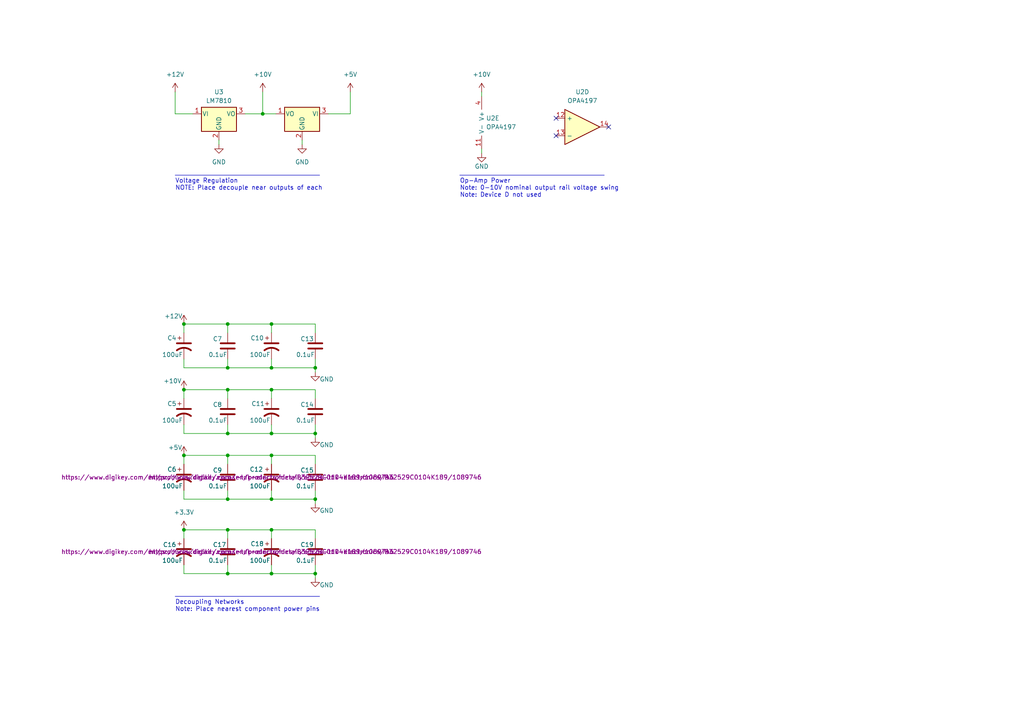
<source format=kicad_sch>
(kicad_sch (version 20250114) (generator "eeschema") (generator_version "9.0")
  (paper "A4")
  (lib_symbols
    (symbol "Amplifier_Operational:OPA4197xPW"
      (property "Reference" "U" (at 0 3.81 0))
      (property "Value" "OPA4197xPW" (at 0 -3.81 0))
      (symbol "OPA4197xPW_1_1"
        (polyline (pts (xy -5.08 5.08) (xy 5.08 0) (xy -5.08 -5.08) (xy -5.08 5.08)) (stroke (width 0.254)) (fill (type background)))
        (pin input line (at -7.62 2.54 0) (length 2.54) (name "+") (number "3"))
        (pin input line (at -7.62 -2.54 0) (length 2.54) (name "-") (number "2"))
        (pin output line (at 7.62 0 180) (length 2.54) (name "~") (number "1"))
      )
      (symbol "OPA4197xPW_2_1"
        (polyline (pts (xy -5.08 5.08) (xy 5.08 0) (xy -5.08 -5.08) (xy -5.08 5.08)) (stroke (width 0.254)) (fill (type background)))
        (pin input line (at -7.62 2.54 0) (length 2.54) (name "+") (number "5"))
        (pin input line (at -7.62 -2.54 0) (length 2.54) (name "-") (number "6"))
        (pin output line (at 7.62 0 180) (length 2.54) (name "~") (number "7"))
      )
      (symbol "OPA4197xPW_3_1"
        (polyline (pts (xy -5.08 5.08) (xy 5.08 0) (xy -5.08 -5.08) (xy -5.08 5.08)) (stroke (width 0.254)) (fill (type background)))
        (pin input line (at -7.62 2.54 0) (length 2.54) (name "+") (number "10"))
        (pin input line (at -7.62 -2.54 0) (length 2.54) (name "-") (number "9"))
        (pin output line (at 7.62 0 180) (length 2.54) (name "~") (number "8"))
      )
      (symbol "OPA4197xPW_4_1"
        (polyline (pts (xy -5.08 5.08) (xy 5.08 0) (xy -5.08 -5.08) (xy -5.08 5.08)) (stroke (width 0.254)) (fill (type background)))
        (pin input line (at -7.62 2.54 0) (length 2.54) (name "+") (number "12"))
        (pin input line (at -7.62 -2.54 0) (length 2.54) (name "-") (number "13"))
        (pin output line (at 7.62 0 180) (length 2.54) (name "~") (number "14"))
      )
      (symbol "OPA4197xPW_5_1"
        (pin power_in line (at -2.54 7.62 270) (length 3.81) (name "V+") (number "4"))
        (pin power_in line (at -2.54 -7.62 90) (length 3.81) (name "V-") (number "11"))
      )
    )
    (symbol "C_10" (pin_numbers (hide yes)) (pin_names (offset 0.254))
      (property "Reference" "C" (at 0.635 2.54 0))
      (property "Value" "C" (at 0.635 -2.54 0))
      (symbol "C_10_0_1"
        (polyline (pts (xy -2.032 0.762) (xy 2.032 0.762)) (stroke (width 0.508)))
        (polyline (pts (xy -2.032 -0.762) (xy 2.032 -0.762)) (stroke (width 0.508)))
      )
      (symbol "C_10_1_1"
        (pin passive line (at 0 3.81 270) (length 2.794) (name "~") (number "1"))
        (pin passive line (at 0 -3.81 90) (length 2.794) (name "~") (number "2"))
      )
    )
    (symbol "C_14" (pin_numbers (hide yes)) (pin_names (offset 0.254))
      (property "Reference" "C" (at 0.635 2.54 0))
      (property "Value" "C" (at 0.635 -2.54 0))
      (symbol "C_14_0_1"
        (polyline (pts (xy -2.032 0.762) (xy 2.032 0.762)) (stroke (width 0.508)))
        (polyline (pts (xy -2.032 -0.762) (xy 2.032 -0.762)) (stroke (width 0.508)))
      )
      (symbol "C_14_1_1"
        (pin passive line (at 0 3.81 270) (length 2.794) (name "~") (number "1"))
        (pin passive line (at 0 -3.81 90) (length 2.794) (name "~") (number "2"))
      )
    )
    (symbol "C_15" (pin_numbers (hide yes)) (pin_names (offset 0.254))
      (property "Reference" "C" (at 0.635 2.54 0))
      (property "Value" "C" (at 0.635 -2.54 0))
      (symbol "C_15_0_1"
        (polyline (pts (xy -2.032 0.762) (xy 2.032 0.762)) (stroke (width 0.508)))
        (polyline (pts (xy -2.032 -0.762) (xy 2.032 -0.762)) (stroke (width 0.508)))
      )
      (symbol "C_15_1_1"
        (pin passive line (at 0 3.81 270) (length 2.794) (name "~") (number "1"))
        (pin passive line (at 0 -3.81 90) (length 2.794) (name "~") (number "2"))
      )
    )
    (symbol "C_3" (pin_numbers (hide yes)) (pin_names (offset 0.254))
      (property "Reference" "C" (at 0.635 2.54 0))
      (property "Value" "C" (at 0.635 -2.54 0))
      (symbol "C_3_0_1"
        (polyline (pts (xy -2.032 0.762) (xy 2.032 0.762)) (stroke (width 0.508)))
        (polyline (pts (xy -2.032 -0.762) (xy 2.032 -0.762)) (stroke (width 0.508)))
      )
      (symbol "C_3_1_1"
        (pin passive line (at 0 3.81 270) (length 2.794) (name "~") (number "1"))
        (pin passive line (at 0 -3.81 90) (length 2.794) (name "~") (number "2"))
      )
    )
    (symbol "C_5" (pin_numbers (hide yes)) (pin_names (offset 0.254))
      (property "Reference" "C" (at 0.635 2.54 0))
      (property "Value" "C" (at 0.635 -2.54 0))
      (symbol "C_5_0_1"
        (polyline (pts (xy -2.032 0.762) (xy 2.032 0.762)) (stroke (width 0.508)))
        (polyline (pts (xy -2.032 -0.762) (xy 2.032 -0.762)) (stroke (width 0.508)))
      )
      (symbol "C_5_1_1"
        (pin passive line (at 0 3.81 270) (length 2.794) (name "~") (number "1"))
        (pin passive line (at 0 -3.81 90) (length 2.794) (name "~") (number "2"))
      )
    )
    (symbol "C_7" (pin_numbers (hide yes)) (pin_names (offset 0.254))
      (symbol "C_7_0_1"
        (polyline (pts (xy -2.032 0.762) (xy 2.032 0.762)) (stroke (width 0.508)))
        (polyline (pts (xy -2.032 -0.762) (xy 2.032 -0.762)) (stroke (width 0.508)))
      )
      (symbol "C_7_1_1"
        (pin passive line (at 0 3.81 270) (length 2.794) (name "~") (number "1"))
        (pin passive line (at 0 -3.81 90) (length 2.794) (name "~") (number "2"))
      )
    )
    (symbol "C_9" (pin_numbers (hide yes)) (pin_names (offset 0.254))
      (property "Reference" "C" (at 0.635 2.54 0))
      (property "Value" "C" (at 0.635 -2.54 0))
      (symbol "C_9_0_1"
        (polyline (pts (xy -2.032 0.762) (xy 2.032 0.762)) (stroke (width 0.508)))
        (polyline (pts (xy -2.032 -0.762) (xy 2.032 -0.762)) (stroke (width 0.508)))
      )
      (symbol "C_9_1_1"
        (pin passive line (at 0 3.81 270) (length 2.794) (name "~") (number "1"))
        (pin passive line (at 0 -3.81 90) (length 2.794) (name "~") (number "2"))
      )
    )
    (symbol "Device:C" (pin_numbers (hide yes)) (pin_names (offset 0.254))
      (property "Reference" "C" (at 0.635 2.54 0))
      (property "Value" "C" (at 0.635 -2.54 0))
      (symbol "C_0_1"
        (polyline (pts (xy -2.032 0.762) (xy 2.032 0.762)) (stroke (width 0.508)))
        (polyline (pts (xy -2.032 -0.762) (xy 2.032 -0.762)) (stroke (width 0.508)))
      )
      (symbol "C_1_1"
        (pin passive line (at 0 3.81 270) (length 2.794) (name "~") (number "1"))
        (pin passive line (at 0 -3.81 90) (length 2.794) (name "~") (number "2"))
      )
    )
    (symbol "F2018-cache:GND" (power) (pin_names (offset 0))
      (property "Value" "GND" (at 0 -3.81 0))
      (symbol "GND_0_1"
        (polyline (pts (xy 0 0) (xy 0 -1.27) (xy 1.27 -1.27) (xy 0 -2.54) (xy -1.27 -1.27) (xy 0 -1.27)))
      )
      (symbol "GND_1_1"
        (pin power_in line (at 0 0 270) (length 0) (hide yes) (name "GND") (number "1"))
      )
    )
    (symbol "Regulator_Linear:LM7810_TO220" (pin_names (offset 0.254))
      (property "Reference" "U" (at -3.81 3.175 0))
      (property "Value" "LM7810_TO220" (at 0 3.175 0))
      (symbol "LM7810_TO220_0_1"
        (rectangle (start -5.08 1.905) (end 5.08 -5.08) (stroke (width 0.254)) (fill (type background)))
      )
      (symbol "LM7810_TO220_1_1"
        (pin power_in line (at -7.62 0 0) (length 2.54) (name "VI") (number "1"))
        (pin power_in line (at 0 -7.62 90) (length 2.54) (name "GND") (number "2"))
        (pin power_out line (at 7.62 0 180) (length 2.54) (name "VO") (number "3"))
      )
    )
    (symbol "Regulator_Linear:LM78L05_TO92" (pin_names (offset 0.254))
      (property "Reference" "U" (at -3.81 3.175 0))
      (property "Value" "LM78L05_TO92" (at 0 3.175 0))
      (symbol "LM78L05_TO92_0_1"
        (rectangle (start -5.08 -5.08) (end 5.08 1.905) (stroke (width 0.254)) (fill (type background)))
      )
      (symbol "LM78L05_TO92_1_1"
        (pin power_in line (at -7.62 0 0) (length 2.54) (name "VI") (number "3"))
        (pin power_in line (at 0 -7.62 90) (length 2.54) (name "GND") (number "2"))
        (pin power_out line (at 7.62 0 180) (length 2.54) (name "VO") (number "1"))
      )
    )
    (symbol "TJR:C_Polarized_US" (pin_numbers (hide yes)) (pin_names (offset 0.254) (hide yes))
      (property "Reference" "C4" (at -4.064 2.286 0))
      (property "Value" "100uF" (at -6.35 -2.54 0))
      (symbol "C_Polarized_US_0_1"
        (polyline (pts (xy -2.032 0.762) (xy 2.032 0.762)) (stroke (width 0.508)))
        (polyline (pts (xy -1.778 2.286) (xy -0.762 2.286)))
        (polyline (pts (xy -1.27 1.778) (xy -1.27 2.794)))
        (arc (start -2.032 -1.27) (mid 0 -0.5572) (end 2.032 -1.27) (stroke (width 0.508)))
      )
      (symbol "C_Polarized_US_1_1"
        (pin passive line (at 0 3.81 270) (length 2.794) (name "~") (number "1"))
        (pin passive line (at 0 -3.81 90) (length 3.302) (name "~") (number "2"))
      )
    )
    (symbol "power:+10V" (power) (pin_numbers (hide yes)) (pin_names (offset 0) (hide yes))
      (property "Value" "+10V" (at 0 3.556 0))
      (symbol "+10V_0_1"
        (polyline (pts (xy -0.762 1.27) (xy 0 2.54)))
        (polyline (pts (xy 0 2.54) (xy 0.762 1.27)))
        (polyline (pts (xy 0 0) (xy 0 2.54)))
      )
      (symbol "+10V_1_1"
        (pin power_in line (at 0 0 90) (length 0) (name "~") (number "1"))
      )
    )
    (symbol "power:+12V" (power) (pin_numbers (hide yes)) (pin_names (offset 0) (hide yes))
      (property "Value" "+12V" (at 0 3.556 0))
      (symbol "+12V_0_1"
        (polyline (pts (xy -0.762 1.27) (xy 0 2.54)))
        (polyline (pts (xy 0 2.54) (xy 0.762 1.27)))
        (polyline (pts (xy 0 0) (xy 0 2.54)))
      )
      (symbol "+12V_1_1"
        (pin power_in line (at 0 0 90) (length 0) (name "~") (number "1"))
      )
    )
    (symbol "power:+3.3V" (power) (pin_numbers (hide yes)) (pin_names (offset 0) (hide yes))
      (property "Value" "+3.3V" (at 0 3.556 0))
      (symbol "+3.3V_0_1"
        (polyline (pts (xy -0.762 1.27) (xy 0 2.54)))
        (polyline (pts (xy 0 2.54) (xy 0.762 1.27)))
        (polyline (pts (xy 0 0) (xy 0 2.54)))
      )
      (symbol "+3.3V_1_1"
        (pin power_in line (at 0 0 90) (length 0) (name "~") (number "1"))
      )
    )
    (symbol "power:+5V" (power) (pin_numbers (hide yes)) (pin_names (offset 0) (hide yes))
      (property "Value" "+5V" (at 0 3.556 0))
      (symbol "+5V_0_1"
        (polyline (pts (xy -0.762 1.27) (xy 0 2.54)))
        (polyline (pts (xy 0 2.54) (xy 0.762 1.27)))
        (polyline (pts (xy 0 0) (xy 0 2.54)))
      )
      (symbol "+5V_1_1"
        (pin power_in line (at 0 0 90) (length 0) (name "~") (number "1"))
      )
    )
  )
  (text "Decoupling Networks\nNote: Place nearest component power pins" (at 50.8 173.99 0) (effects (font (size 1.27 1.27)) (justify left top)))
  (text "Voltage Regulation\nNOTE: Place decouple near outputs of each\n\n" (at 50.8 51.816 0) (effects (font (size 1.27 1.27)) (justify left top)))
  (text "Op-Amp Power\nNote: 0-10V nominal output rail voltage swing\nNote: Device D not used" (at 133.35 51.816 0) (effects (font (size 1.27 1.27)) (justify left top)))
  (junction (at 53.34 132.08))
  (junction (at 78.74 166.37))
  (junction (at 66.04 166.37))
  (junction (at 66.04 125.73))
  (junction (at 66.04 106.68))
  (junction (at 53.34 93.98))
  (junction (at 91.44 166.37))
  (junction (at 78.74 93.98))
  (junction (at 66.04 93.98))
  (junction (at 78.74 132.08))
  (junction (at 78.74 106.68))
  (junction (at 78.74 113.03))
  (junction (at 78.74 144.78))
  (junction (at 53.34 153.67))
  (junction (at 78.74 125.73))
  (junction (at 76.2 33.02))
  (junction (at 91.44 144.78))
  (junction (at 66.04 132.08))
  (junction (at 66.04 153.67))
  (junction (at 53.34 113.03))
  (junction (at 91.44 125.73))
  (junction (at 66.04 144.78))
  (junction (at 91.44 106.68))
  (junction (at 78.74 153.67))
  (junction (at 66.04 113.03))
  (no_connect (at 161.29 34.29))
  (no_connect (at 176.53 36.83))
  (no_connect (at 161.29 39.37))
  (wire (pts (xy 91.44 125.73) (xy 78.74 125.73)))
  (wire (pts (xy 66.04 153.67) (xy 78.74 153.67)))
  (wire (pts (xy 78.74 113.03) (xy 91.44 113.03)))
  (wire (pts (xy 101.6 33.02) (xy 101.6 26.67)))
  (wire (pts (xy 50.8 33.02) (xy 55.88 33.02)))
  (wire (pts (xy 78.74 144.78) (xy 78.74 142.24)))
  (wire (pts (xy 78.74 115.57) (xy 78.74 113.03)))
  (wire (pts (xy 91.44 144.78) (xy 78.74 144.78)))
  (wire (pts (xy 78.74 153.67) (xy 91.44 153.67)))
  (wire (pts (xy 76.2 26.67) (xy 76.2 33.02)))
  (wire (pts (xy 53.34 144.78) (xy 66.04 144.78)))
  (wire (pts (xy 78.74 125.73) (xy 78.74 123.19)))
  (wire (pts (xy 63.5 40.64) (xy 63.5 41.91)))
  (wire (pts (xy 53.34 115.57) (xy 53.34 113.03)))
  (wire (pts (xy 91.44 144.78) (xy 91.44 146.05)))
  (wire (pts (xy 66.04 144.78) (xy 66.04 142.24)))
  (wire (pts (xy 53.34 93.98) (xy 66.04 93.98)))
  (wire (pts (xy 53.34 125.73) (xy 53.34 123.19)))
  (polyline (pts (xy 50.8 50.8) (xy 92.71 50.8)) (stroke (width 0) (type solid)))
  (wire (pts (xy 66.04 115.57) (xy 66.04 113.03)))
  (wire (pts (xy 91.44 93.98) (xy 91.44 96.52)))
  (wire (pts (xy 66.04 125.73) (xy 66.04 123.19)))
  (wire (pts (xy 53.34 153.67) (xy 66.04 153.67)))
  (wire (pts (xy 53.34 106.68) (xy 53.34 104.14)))
  (wire (pts (xy 91.44 153.67) (xy 91.44 156.21)))
  (wire (pts (xy 91.44 166.37) (xy 78.74 166.37)))
  (wire (pts (xy 53.34 134.62) (xy 53.34 132.08)))
  (wire (pts (xy 91.44 106.68) (xy 91.44 107.95)))
  (wire (pts (xy 66.04 132.08) (xy 78.74 132.08)))
  (wire (pts (xy 53.34 144.78) (xy 53.34 142.24)))
  (wire (pts (xy 91.44 125.73) (xy 91.44 127)))
  (polyline (pts (xy 133.35 50.8) (xy 175.26 50.8)) (stroke (width 0) (type solid)))
  (wire (pts (xy 78.74 106.68) (xy 78.74 104.14)))
  (wire (pts (xy 91.44 132.08) (xy 91.44 134.62)))
  (wire (pts (xy 53.34 166.37) (xy 66.04 166.37)))
  (wire (pts (xy 66.04 106.68) (xy 78.74 106.68)))
  (wire (pts (xy 53.34 166.37) (xy 53.34 163.83)))
  (wire (pts (xy 95.25 33.02) (xy 101.6 33.02)))
  (wire (pts (xy 66.04 125.73) (xy 53.34 125.73)))
  (wire (pts (xy 139.7 43.18) (xy 139.7 44.45)))
  (wire (pts (xy 139.7 26.67) (xy 139.7 27.94)))
  (polyline (pts (xy 50.8 172.974) (xy 92.71 172.974)) (stroke (width 0) (type solid)))
  (wire (pts (xy 66.04 106.68) (xy 66.04 104.14)))
  (wire (pts (xy 76.2 33.02) (xy 80.01 33.02)))
  (wire (pts (xy 53.34 106.68) (xy 66.04 106.68)))
  (wire (pts (xy 91.44 144.78) (xy 91.44 142.24)))
  (wire (pts (xy 91.44 106.68) (xy 78.74 106.68)))
  (wire (pts (xy 53.34 156.21) (xy 53.34 153.67)))
  (wire (pts (xy 66.04 134.62) (xy 66.04 132.08)))
  (wire (pts (xy 78.74 156.21) (xy 78.74 153.67)))
  (wire (pts (xy 91.44 166.37) (xy 91.44 167.64)))
  (wire (pts (xy 50.8 26.67) (xy 50.8 33.02)))
  (wire (pts (xy 66.04 166.37) (xy 66.04 163.83)))
  (wire (pts (xy 78.74 96.52) (xy 78.74 93.98)))
  (wire (pts (xy 66.04 156.21) (xy 66.04 153.67)))
  (wire (pts (xy 66.04 125.73) (xy 78.74 125.73)))
  (wire (pts (xy 78.74 132.08) (xy 91.44 132.08)))
  (wire (pts (xy 78.74 166.37) (xy 78.74 163.83)))
  (wire (pts (xy 78.74 134.62) (xy 78.74 132.08)))
  (wire (pts (xy 66.04 166.37) (xy 78.74 166.37)))
  (wire (pts (xy 66.04 96.52) (xy 66.04 93.98)))
  (wire (pts (xy 53.34 113.03) (xy 66.04 113.03)))
  (wire (pts (xy 87.63 40.64) (xy 87.63 41.91)))
  (wire (pts (xy 66.04 144.78) (xy 78.74 144.78)))
  (wire (pts (xy 91.44 113.03) (xy 91.44 115.57)))
  (wire (pts (xy 66.04 93.98) (xy 78.74 93.98)))
  (wire (pts (xy 78.74 93.98) (xy 91.44 93.98)))
  (wire (pts (xy 53.34 132.08) (xy 66.04 132.08)))
  (wire (pts (xy 91.44 166.37) (xy 91.44 163.83)))
  (wire (pts (xy 71.12 33.02) (xy 76.2 33.02)))
  (wire (pts (xy 66.04 113.03) (xy 78.74 113.03)))
  (wire (pts (xy 91.44 125.73) (xy 91.44 123.19)))
  (wire (pts (xy 91.44 106.68) (xy 91.44 104.14)))
  (wire (pts (xy 53.34 96.52) (xy 53.34 93.98)))
  (symbol (lib_name "C_3") (lib_id "Device:C") (at 66.04 119.38 0) (unit 1)
    (property "Reference" "C8" (at 61.722 117.348 0) (effects (justify left)))
    (property "Value" "0.1uF" (at 60.452 121.92 0) (effects (justify left)))
    (property "Footprint" "TJR:C_Rect_L7.3mm_W2.5_H6.5mm_P5.0mm" (effects (hide yes)))
    (property "Datasheet" "https://product.tdk.com/en/system/files?file=dam/doc/product/capacitor/film/mkt/data_sheet/20/20/db/fc_2009/b32520_529.pdf" (effects (hide yes)))
    (property "Description" "Unpolarized capacitor" (effects (hide yes)))
    (property "digikey" "https://www.digikey.com/en/products/detail/epcos-tdk-electronics/B32529C0104K189/1089746" (effects (hide yes)))
  )
  (symbol (lib_id "TJR:C_Polarized_US") (at 53.34 100.33 0) (unit 1)
    (property "Reference" "C4" (at 48.514 98.044 0) (effects (justify left)))
    (property "Value" "100uF" (at 46.99 102.87 0) (effects (justify left)))
    (property "Footprint" "TJR:C_Radial_D5.00mm_H12.5mm_P2.00mm" (effects (hide yes)))
    (property "Datasheet" "https://www.rubycon.co.jp/wp-content/uploads/catalog-aluminum/ZLH.pdf" (effects (hide yes)))
    (property "Description" "Polarized capacitor" (effects (hide yes)))
    (property "digikey" "https://www.digikey.com/en/products/detail/rubycon/16ZLH100MEFC5X11/3134106" (effects (hide yes)))
  )
  (symbol (lib_name "C_7") (lib_id "Device:C") (at 91.44 100.33 0) (unit 1)
    (property "Reference" "C13" (at 87.122 98.298 0) (effects (justify left)))
    (property "Value" "0.1uF" (at 85.852 102.87 0) (effects (justify left)))
    (property "Footprint" "TJR:C_Rect_L7.3mm_W2.5_H6.5mm_P5.0mm" (effects (hide yes)))
    (property "Datasheet" "https://product.tdk.com/en/system/files?file=dam/doc/product/capacitor/film/mkt/data_sheet/20/20/db/fc_2009/b32520_529.pdf" (effects (hide yes)))
    (property "Description" "Unpolarized capacitor" (effects (hide yes)))
    (property "digikey" "https://www.digikey.com/en/products/detail/epcos-tdk-electronics/B32529C0104K189/1089746" (effects (hide yes)))
  )
  (symbol (lib_id "F2018-cache:GND") (at 63.5 41.91 0) (unit 1)
    (property "Reference" "#PWR031" (effects (hide yes)))
    (property "Value" "GND" (at 63.5 46.99 0))
  )
  (symbol (lib_id "TJR:C_Polarized_US") (at 53.34 119.38 0) (unit 1)
    (property "Reference" "C5" (at 48.514 117.094 0) (effects (justify left)))
    (property "Value" "100uF" (at 46.99 121.92 0) (effects (justify left)))
    (property "Footprint" "TJR:C_Radial_D5.00mm_H12.5mm_P2.00mm" (effects (hide yes)))
    (property "Datasheet" "https://www.rubycon.co.jp/wp-content/uploads/catalog-aluminum/ZLH.pdf" (effects (hide yes)))
    (property "Description" "Polarized capacitor" (effects (hide yes)))
    (property "digikey" "https://www.digikey.com/en/products/detail/rubycon/16ZLH100MEFC5X11/3134106" (effects (hide yes)))
  )
  (symbol (lib_name "C_9") (lib_id "Device:C") (at 66.04 138.43 0) (unit 1)
    (property "Reference" "C9" (at 61.722 136.398 0) (effects (justify left)))
    (property "Value" "0.1uF" (at 60.452 140.97 0) (effects (justify left)))
    (property "Footprint" "TJR:C_Rect_L7.3mm_W2.5_H6.5mm_P5.0mm" (effects (hide yes)))
    (property "Datasheet" "https://product.tdk.com/en/system/files?file=dam/doc/product/capacitor/film/mkt/data_sheet/20/20/db/fc_2009/b32520_529.pdf" (effects (hide yes)))
    (property "Description" "Unpolarized capacitor" (effects (hide yes)))
    (property "digikey" "https://www.digikey.com/en/products/detail/epcos-tdk-electronics/B32529C0104K189/1089746" (at 66.04 138.43 0))
  )
  (symbol (lib_id "F2018-cache:GND") (at 139.7 44.45 0) (unit 1)
    (property "Reference" "#PWR039" (effects (hide yes)))
    (property "Value" "GND" (at 139.7 48.26 0))
  )
  (symbol (lib_id "Amplifier_Operational:OPA4197xPW") (at 168.91 36.83 0) (unit 4)
    (property "Reference" "U2" (at 168.91 26.67 0))
    (property "Value" "OPA4197" (at 168.91 29.21 0))
    (property "Footprint" "TJR:D14_TEX" (effects (hide yes)))
    (property "Datasheet" "http://www.ti.com/lit/ds/symlink/opa4197.pdf" (effects (hide yes)))
    (property "Description" "Quad 36V, Precision, Rail-to-Rail Input/Output, Low Offset Voltage, Operational Amplifier, TSSOP-14" (effects (hide yes)))
    (property "Notes" "14-SOIC (0.154\", 3.90mm Width)" (effects (hide yes)))
    (property "digikey" "https://www.digikey.com/en/products/detail/texas-instruments/OPA4197ID/6562050" (effects (hide yes)))
  )
  (symbol (lib_id "power:+10V") (at 139.7 26.67 0) (unit 1)
    (property "Reference" "#PWR038" (effects (hide yes)))
    (property "Value" "+10V" (at 139.7 21.59 0))
    (property "Description" "Power symbol creates a global label with name \"+10V\"" (effects (hide yes)))
  )
  (symbol (lib_name "C_14") (lib_id "Device:C") (at 91.44 138.43 0) (unit 1)
    (property "Reference" "C15" (at 87.122 136.398 0) (effects (justify left)))
    (property "Value" "0.1uF" (at 85.852 140.97 0) (effects (justify left)))
    (property "Footprint" "TJR:C_Rect_L7.3mm_W2.5_H6.5mm_P5.0mm" (effects (hide yes)))
    (property "Datasheet" "https://product.tdk.com/en/system/files?file=dam/doc/product/capacitor/film/mkt/data_sheet/20/20/db/fc_2009/b32520_529.pdf" (effects (hide yes)))
    (property "Description" "Unpolarized capacitor" (effects (hide yes)))
    (property "digikey" "https://www.digikey.com/en/products/detail/epcos-tdk-electronics/B32529C0104K189/1089746" (at 91.44 138.43 0))
  )
  (symbol (lib_id "Amplifier_Operational:OPA4197xPW") (at 142.24 35.56 0) (unit 5)
    (property "Reference" "U2" (at 140.97 34.2899 0) (effects (justify left)))
    (property "Value" "OPA4197" (at 140.97 36.8299 0) (effects (justify left)))
    (property "Footprint" "TJR:D14_TEX" (effects (hide yes)))
    (property "Datasheet" "http://www.ti.com/lit/ds/symlink/opa4197.pdf" (effects (hide yes)))
    (property "Description" "Quad 36V, Precision, Rail-to-Rail Input/Output, Low Offset Voltage, Operational Amplifier, TSSOP-14" (effects (hide yes)))
    (property "Notes" "14-SOIC (0.154\", 3.90mm Width)" (effects (hide yes)))
    (property "digikey" "https://www.digikey.com/en/products/detail/texas-instruments/OPA4197ID/6562050" (effects (hide yes)))
  )
  (symbol (lib_id "power:+10V") (at 53.34 113.03 0) (unit 1)
    (property "Reference" "#PWR029" (effects (hide yes)))
    (property "Value" "+10V" (at 50.038 110.49 0))
    (property "Description" "Power symbol creates a global label with name \"+10V\"" (effects (hide yes)))
  )
  (symbol (lib_id "TJR:C_Polarized_US") (at 78.74 160.02 0) (unit 1)
    (property "Reference" "C18" (at 72.644 157.734 0) (effects (justify left)))
    (property "Value" "100uF" (at 72.39 162.56 0) (effects (justify left)))
    (property "Footprint" "TJR:C_Radial_D5.00mm_H12.5mm_P2.00mm" (effects (hide yes)))
    (property "Datasheet" "https://www.rubycon.co.jp/wp-content/uploads/catalog-aluminum/ZLH.pdf" (effects (hide yes)))
    (property "Description" "Polarized capacitor" (effects (hide yes)))
    (property "digikey" "https://www.digikey.com/en/products/detail/rubycon/16ZLH100MEFC5X11/3134106" (effects (hide yes)))
  )
  (symbol (lib_id "power:+5V") (at 101.6 26.67 0) (unit 1)
    (property "Reference" "#PWR037" (effects (hide yes)))
    (property "Value" "+5V" (at 101.6 21.59 0))
    (property "Description" "Power symbol creates a global label with name \"+5V\"" (effects (hide yes)))
  )
  (symbol (lib_id "Device:C") (at 91.44 119.38 0) (unit 1)
    (property "Reference" "C14" (at 87.122 117.348 0) (effects (justify left)))
    (property "Value" "0.1uF" (at 85.852 121.92 0) (effects (justify left)))
    (property "Footprint" "TJR:C_Rect_L7.3mm_W2.5_H6.5mm_P5.0mm" (effects (hide yes)))
    (property "Datasheet" "https://product.tdk.com/en/system/files?file=dam/doc/product/capacitor/film/mkt/data_sheet/20/20/db/fc_2009/b32520_529.pdf" (effects (hide yes)))
    (property "Description" "Unpolarized capacitor" (effects (hide yes)))
    (property "digikey" "https://www.digikey.com/en/products/detail/epcos-tdk-electronics/B32529C0104K189/1089746" (effects (hide yes)))
  )
  (symbol (lib_id "power:+12V") (at 53.34 93.98 0) (unit 1)
    (property "Reference" "#PWR028" (effects (hide yes)))
    (property "Value" "+12V" (at 50.292 91.694 0))
    (property "Description" "Power symbol creates a global label with name \"+12V\"" (effects (hide yes)))
  )
  (symbol (lib_id "power:+12V") (at 50.8 26.67 0) (unit 1)
    (property "Reference" "#PWR027" (effects (hide yes)))
    (property "Value" "+12V" (at 50.8 21.59 0))
    (property "Description" "Power symbol creates a global label with name \"+12V\"" (effects (hide yes)))
  )
  (symbol (lib_id "F2018-cache:GND") (at 91.44 167.64 0) (unit 1)
    (property "Reference" "#PWR041" (effects (hide yes)))
    (property "Value" "GND" (at 94.742 169.672 0))
  )
  (symbol (lib_id "F2018-cache:GND") (at 91.44 107.95 0) (unit 1)
    (property "Reference" "#PWR034" (effects (hide yes)))
    (property "Value" "GND" (at 94.742 109.982 0))
  )
  (symbol (lib_name "C_5") (lib_id "Device:C") (at 66.04 160.02 0) (unit 1)
    (property "Reference" "C17" (at 61.722 157.988 0) (effects (justify left)))
    (property "Value" "0.1uF" (at 60.452 162.56 0) (effects (justify left)))
    (property "Footprint" "TJR:C_Rect_L7.3mm_W2.5_H6.5mm_P5.0mm" (effects (hide yes)))
    (property "Datasheet" "https://product.tdk.com/en/system/files?file=dam/doc/product/capacitor/film/mkt/data_sheet/20/20/db/fc_2009/b32520_529.pdf" (effects (hide yes)))
    (property "Description" "Unpolarized capacitor" (effects (hide yes)))
    (property "digikey" "https://www.digikey.com/en/products/detail/epcos-tdk-electronics/B32529C0104K189/1089746" (at 66.04 160.02 0))
  )
  (symbol (lib_id "TJR:C_Polarized_US") (at 78.74 100.33 0) (unit 1)
    (property "Reference" "C10" (at 72.644 98.044 0) (effects (justify left)))
    (property "Value" "100uF" (at 72.39 102.87 0) (effects (justify left)))
    (property "Footprint" "TJR:C_Radial_D5.00mm_H12.5mm_P2.00mm" (effects (hide yes)))
    (property "Datasheet" "https://www.rubycon.co.jp/wp-content/uploads/catalog-aluminum/ZLH.pdf" (effects (hide yes)))
    (property "Description" "Polarized capacitor" (effects (hide yes)))
    (property "digikey" "https://www.digikey.com/en/products/detail/rubycon/16ZLH100MEFC5X11/3134106" (effects (hide yes)))
  )
  (symbol (lib_id "power:+10V") (at 76.2 26.67 0) (unit 1)
    (property "Reference" "#PWR032" (effects (hide yes)))
    (property "Value" "+10V" (at 76.2 21.59 0))
    (property "Description" "Power symbol creates a global label with name \"+10V\"" (effects (hide yes)))
  )
  (symbol (lib_name "C_10") (lib_id "Device:C") (at 66.04 100.33 0) (unit 1)
    (property "Reference" "C7" (at 61.722 98.298 0) (effects (justify left)))
    (property "Value" "0.1uF" (at 60.452 102.87 0) (effects (justify left)))
    (property "Footprint" "TJR:C_Rect_L7.3mm_W2.5_H6.5mm_P5.0mm" (effects (hide yes)))
    (property "Datasheet" "https://product.tdk.com/en/system/files?file=dam/doc/product/capacitor/film/mkt/data_sheet/20/20/db/fc_2009/b32520_529.pdf" (effects (hide yes)))
    (property "Description" "Unpolarized capacitor" (effects (hide yes)))
    (property "digikey" "https://www.digikey.com/en/products/detail/epcos-tdk-electronics/B32529C0104K189/1089746" (effects (hide yes)))
  )
  (symbol (lib_name "C_15") (lib_id "Device:C") (at 91.44 160.02 0) (unit 1)
    (property "Reference" "C19" (at 87.122 157.988 0) (effects (justify left)))
    (property "Value" "0.1uF" (at 85.852 162.56 0) (effects (justify left)))
    (property "Footprint" "TJR:C_Rect_L7.3mm_W2.5_H6.5mm_P5.0mm" (effects (hide yes)))
    (property "Datasheet" "https://product.tdk.com/en/system/files?file=dam/doc/product/capacitor/film/mkt/data_sheet/20/20/db/fc_2009/b32520_529.pdf" (effects (hide yes)))
    (property "Description" "Unpolarized capacitor" (effects (hide yes)))
    (property "digikey" "https://www.digikey.com/en/products/detail/epcos-tdk-electronics/B32529C0104K189/1089746" (at 91.44 160.02 0))
  )
  (symbol (lib_id "TJR:C_Polarized_US") (at 53.34 160.02 0) (unit 1)
    (property "Reference" "C16" (at 47.244 157.988 0) (effects (justify left)))
    (property "Value" "100uF" (at 46.99 162.56 0) (effects (justify left)))
    (property "Footprint" "TJR:C_Radial_D5.00mm_H12.5mm_P2.00mm" (effects (hide yes)))
    (property "Datasheet" "https://www.rubycon.co.jp/wp-content/uploads/catalog-aluminum/ZLH.pdf" (effects (hide yes)))
    (property "Description" "Polarized capacitor" (effects (hide yes)))
    (property "digikey" "https://www.digikey.com/en/products/detail/rubycon/16ZLH100MEFC5X11/3134106" (effects (hide yes)))
  )
  (symbol (lib_id "TJR:C_Polarized_US") (at 78.74 138.43 0) (unit 1)
    (property "Reference" "C12" (at 72.39 136.144 0) (effects (justify left)))
    (property "Value" "100uF" (at 72.39 140.97 0) (effects (justify left)))
    (property "Footprint" "TJR:C_Radial_D5.00mm_H12.5mm_P2.00mm" (effects (hide yes)))
    (property "Datasheet" "https://www.rubycon.co.jp/wp-content/uploads/catalog-aluminum/ZLH.pdf" (effects (hide yes)))
    (property "Description" "Polarized capacitor" (effects (hide yes)))
    (property "digikey" "https://www.digikey.com/en/products/detail/rubycon/16ZLH100MEFC5X11/3134106" (effects (hide yes)))
  )
  (symbol (lib_id "F2018-cache:GND") (at 91.44 127 0) (unit 1)
    (property "Reference" "#PWR035" (effects (hide yes)))
    (property "Value" "GND" (at 94.742 129.032 0))
  )
  (symbol (lib_id "power:+3.3V") (at 53.34 153.67 0) (unit 1)
    (property "Reference" "#PWR040" (effects (hide yes)))
    (property "Value" "+3.3V" (at 53.34 148.59 0))
    (property "Description" "Power symbol creates a global label with name \"+3.3V\"" (effects (hide yes)))
  )
  (symbol (lib_id "F2018-cache:GND") (at 87.63 41.91 0) (unit 1)
    (property "Reference" "#PWR033" (effects (hide yes)))
    (property "Value" "GND" (at 87.63 46.99 0))
  )
  (symbol (lib_id "TJR:C_Polarized_US") (at 78.74 119.38 0) (unit 1)
    (property "Reference" "C11" (at 72.898 117.094 0) (effects (justify left)))
    (property "Value" "100uF" (at 72.39 121.92 0) (effects (justify left)))
    (property "Footprint" "TJR:C_Radial_D5.00mm_H12.5mm_P2.00mm" (effects (hide yes)))
    (property "Datasheet" "https://www.rubycon.co.jp/wp-content/uploads/catalog-aluminum/ZLH.pdf" (effects (hide yes)))
    (property "Description" "Polarized capacitor" (effects (hide yes)))
    (property "digikey" "https://www.digikey.com/en/products/detail/rubycon/16ZLH100MEFC5X11/3134106" (effects (hide yes)))
  )
  (symbol (lib_id "Regulator_Linear:LM7810_TO220") (at 63.5 33.02 0) (unit 1)
    (property "Reference" "U3" (at 63.5 26.67 0))
    (property "Value" "LM7810" (at 63.5 29.21 0))
    (property "Footprint" "Package_TO_SOT_THT:TO-220-3_Vertical" (effects (hide yes)))
    (property "Datasheet" "https://www.ti.com/lit/ds/symlink/lm2940-n.pdf?HQS=dis-dk-null-digikeymode-dsf-pf-null-wwe&ts=1747033346982&ref_url=https%253A%252F%252Fwww.ti.com%252Fgeneral%252Fdocs%252Fsuppproductinfo.tsp%253FdistId%253D10%2526gotoUrl%253Dhttps%253A%252F%252Fwww.ti.com%252Flit%252Fgpn%252Flm2940-n" (effects (hide yes)))
    (property "Description" "Positive 1A 35V Linear Regulator, Fixed Output 10V, TO-220" (effects (hide yes)))
    (property "Notes" "LM7810 obsolete" (effects (hide yes)))
    (property "digikey" "https://www.digikey.com/en/products/detail/texas-instruments/LM2940T-10-0-NOPB/148141" (effects (hide yes)))
  )
  (symbol (lib_id "Regulator_Linear:LM78L05_TO92") (at 87.63 33.02 0) (mirror y) (unit 1)
    (property "Reference" "U4" (effects (hide yes)))
    (property "Value" "LM79L05" (effects (hide yes)))
    (property "Footprint" "Package_TO_SOT_THT:TO-92_Inline" (effects (hide yes)))
    (property "Datasheet" "https://www.ti.com/general/docs/suppproductinfo.tsp?distId=10&gotoUrl=https%3A%2F%2Fwww.ti.com%2Flit%2Fgpn%2Flm78l" (effects (hide yes)))
    (property "Description" "Positive 100mA 30V Linear Regulator, Fixed Output 5V, TO-92" (effects (hide yes)))
    (property "digikey" "https://www.digikey.com/en/products/detail/texas-instruments/LM78L05ACZ-NOPB/6333" (effects (hide yes)))
  )
  (symbol (lib_id "TJR:C_Polarized_US") (at 53.34 138.43 0) (unit 1)
    (property "Reference" "C6" (at 48.514 136.144 0) (effects (justify left)))
    (property "Value" "100uF" (at 46.99 140.97 0) (effects (justify left)))
    (property "Footprint" "TJR:C_Radial_D5.00mm_H12.5mm_P2.00mm" (effects (hide yes)))
    (property "Datasheet" "https://www.rubycon.co.jp/wp-content/uploads/catalog-aluminum/ZLH.pdf" (effects (hide yes)))
    (property "Description" "Polarized capacitor" (effects (hide yes)))
    (property "digikey" "https://www.digikey.com/en/products/detail/rubycon/16ZLH100MEFC5X11/3134106" (effects (hide yes)))
  )
  (symbol (lib_id "F2018-cache:GND") (at 91.44 146.05 0) (unit 1)
    (property "Reference" "#PWR036" (effects (hide yes)))
    (property "Value" "GND" (at 94.742 148.082 0))
  )
  (symbol (lib_id "power:+5V") (at 53.34 132.08 0) (unit 1)
    (property "Reference" "#PWR030" (effects (hide yes)))
    (property "Value" "+5V" (at 50.8 129.794 0))
    (property "Description" "Power symbol creates a global label with name \"+5V\"" (effects (hide yes)))
  )
)
</source>
